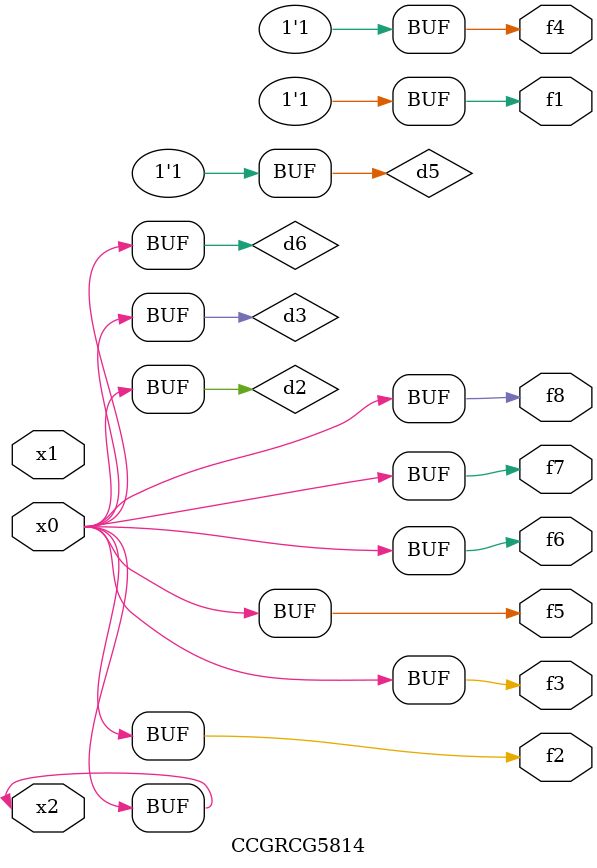
<source format=v>
module CCGRCG5814(
	input x0, x1, x2,
	output f1, f2, f3, f4, f5, f6, f7, f8
);

	wire d1, d2, d3, d4, d5, d6;

	xnor (d1, x2);
	buf (d2, x0, x2);
	and (d3, x0);
	xnor (d4, x1, x2);
	nand (d5, d1, d3);
	buf (d6, d2, d3);
	assign f1 = d5;
	assign f2 = d6;
	assign f3 = d6;
	assign f4 = d5;
	assign f5 = d6;
	assign f6 = d6;
	assign f7 = d6;
	assign f8 = d6;
endmodule

</source>
